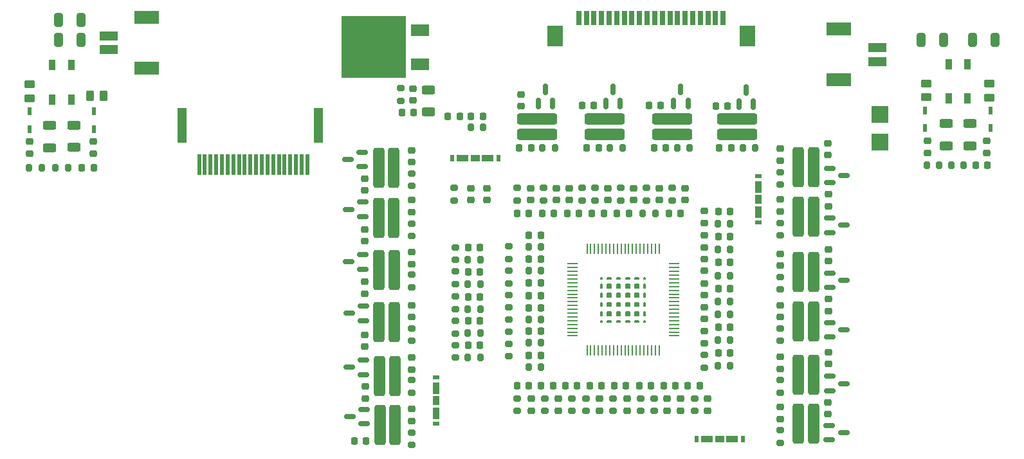
<source format=gbr>
%TF.GenerationSoftware,KiCad,Pcbnew,8.0.2*%
%TF.CreationDate,2025-02-09T16:12:03+01:00*%
%TF.ProjectId,FT25_AMS_Slave_fr,46543235-5f41-44d5-935f-536c6176655f,rev?*%
%TF.SameCoordinates,Original*%
%TF.FileFunction,Paste,Top*%
%TF.FilePolarity,Positive*%
%FSLAX46Y46*%
G04 Gerber Fmt 4.6, Leading zero omitted, Abs format (unit mm)*
G04 Created by KiCad (PCBNEW 8.0.2) date 2025-02-09 16:12:03*
%MOMM*%
%LPD*%
G01*
G04 APERTURE LIST*
G04 Aperture macros list*
%AMRoundRect*
0 Rectangle with rounded corners*
0 $1 Rounding radius*
0 $2 $3 $4 $5 $6 $7 $8 $9 X,Y pos of 4 corners*
0 Add a 4 corners polygon primitive as box body*
4,1,4,$2,$3,$4,$5,$6,$7,$8,$9,$2,$3,0*
0 Add four circle primitives for the rounded corners*
1,1,$1+$1,$2,$3*
1,1,$1+$1,$4,$5*
1,1,$1+$1,$6,$7*
1,1,$1+$1,$8,$9*
0 Add four rect primitives between the rounded corners*
20,1,$1+$1,$2,$3,$4,$5,0*
20,1,$1+$1,$4,$5,$6,$7,0*
20,1,$1+$1,$6,$7,$8,$9,0*
20,1,$1+$1,$8,$9,$2,$3,0*%
G04 Aperture macros list end*
%ADD10C,0.200000*%
%ADD11RoundRect,0.225000X0.225000X0.250000X-0.225000X0.250000X-0.225000X-0.250000X0.225000X-0.250000X0*%
%ADD12RoundRect,0.200000X0.275000X-0.200000X0.275000X0.200000X-0.275000X0.200000X-0.275000X-0.200000X0*%
%ADD13RoundRect,0.200000X-0.200000X-0.275000X0.200000X-0.275000X0.200000X0.275000X-0.200000X0.275000X0*%
%ADD14RoundRect,0.225000X0.250000X-0.225000X0.250000X0.225000X-0.250000X0.225000X-0.250000X-0.225000X0*%
%ADD15RoundRect,0.200000X0.200000X0.275000X-0.200000X0.275000X-0.200000X-0.275000X0.200000X-0.275000X0*%
%ADD16RoundRect,0.225000X-0.250000X0.225000X-0.250000X-0.225000X0.250000X-0.225000X0.250000X0.225000X0*%
%ADD17RoundRect,0.150000X0.150000X-0.587500X0.150000X0.587500X-0.150000X0.587500X-0.150000X-0.587500X0*%
%ADD18RoundRect,0.218750X-0.256250X0.218750X-0.256250X-0.218750X0.256250X-0.218750X0.256250X0.218750X0*%
%ADD19RoundRect,0.250000X0.625000X-0.312500X0.625000X0.312500X-0.625000X0.312500X-0.625000X-0.312500X0*%
%ADD20RoundRect,0.150000X0.587500X0.150000X-0.587500X0.150000X-0.587500X-0.150000X0.587500X-0.150000X0*%
%ADD21RoundRect,0.200000X-0.275000X0.200000X-0.275000X-0.200000X0.275000X-0.200000X0.275000X0.200000X0*%
%ADD22R,0.900000X1.350000*%
%ADD23RoundRect,0.326087X0.423913X2.323913X-0.423913X2.323913X-0.423913X-2.323913X0.423913X-2.323913X0*%
%ADD24RoundRect,0.225000X-0.225000X-0.250000X0.225000X-0.250000X0.225000X0.250000X-0.225000X0.250000X0*%
%ADD25RoundRect,0.250000X0.262500X0.450000X-0.262500X0.450000X-0.262500X-0.450000X0.262500X-0.450000X0*%
%ADD26RoundRect,0.326087X2.323913X-0.423913X2.323913X0.423913X-2.323913X0.423913X-2.323913X-0.423913X0*%
%ADD27R,0.600000X0.900000*%
%ADD28R,1.500000X0.900000*%
%ADD29R,1.200000X0.900000*%
%ADD30RoundRect,0.250000X0.325000X0.650000X-0.325000X0.650000X-0.325000X-0.650000X0.325000X-0.650000X0*%
%ADD31RoundRect,0.218750X-0.218750X-0.256250X0.218750X-0.256250X0.218750X0.256250X-0.218750X0.256250X0*%
%ADD32RoundRect,0.326087X-0.423913X-2.323913X0.423913X-2.323913X0.423913X2.323913X-0.423913X2.323913X0*%
%ADD33R,0.550000X2.700000*%
%ADD34R,1.200000X4.650000*%
%ADD35R,2.400000X1.150000*%
%ADD36R,3.300000X1.800000*%
%ADD37RoundRect,0.150000X-0.587500X-0.150000X0.587500X-0.150000X0.587500X0.150000X-0.587500X0.150000X0*%
%ADD38RoundRect,0.218750X0.218750X0.256250X-0.218750X0.256250X-0.218750X-0.256250X0.218750X-0.256250X0*%
%ADD39R,0.900000X0.600000*%
%ADD40R,0.900000X1.500000*%
%ADD41R,0.900000X1.200000*%
%ADD42RoundRect,0.250000X-0.325000X-0.650000X0.325000X-0.650000X0.325000X0.650000X-0.325000X0.650000X0*%
%ADD43RoundRect,0.250000X0.450000X-0.262500X0.450000X0.262500X-0.450000X0.262500X-0.450000X-0.262500X0*%
%ADD44O,0.250000X1.500000*%
%ADD45O,1.500000X0.250000*%
%ADD46R,0.500000X1.075000*%
%ADD47R,2.210000X2.180400*%
%ADD48RoundRect,0.250000X-0.625000X0.312500X-0.625000X-0.312500X0.625000X-0.312500X0.625000X0.312500X0*%
%ADD49R,2.400000X1.485000*%
%ADD50R,8.500000X8.200000*%
%ADD51R,0.650000X1.900000*%
%ADD52R,2.100000X2.800000*%
G04 APERTURE END LIST*
%TO.C,U1*%
D10*
X148000000Y-111050000D02*
X148150000Y-111050000D01*
X148150000Y-110900000D01*
X148000000Y-110900000D01*
X148000000Y-111050000D01*
G36*
X148000000Y-111050000D02*
G01*
X148150000Y-111050000D01*
X148150000Y-110900000D01*
X148000000Y-110900000D01*
X148000000Y-111050000D01*
G37*
X148000000Y-112250000D02*
X148150000Y-112250000D01*
X148150000Y-111750000D01*
X148000000Y-111750000D01*
X148000000Y-112250000D01*
G36*
X148000000Y-112250000D02*
G01*
X148150000Y-112250000D01*
X148150000Y-111750000D01*
X148000000Y-111750000D01*
X148000000Y-112250000D01*
G37*
X148000000Y-113450000D02*
X148150000Y-113450000D01*
X148150000Y-112950000D01*
X148000000Y-112950000D01*
X148000000Y-113450000D01*
G36*
X148000000Y-113450000D02*
G01*
X148150000Y-113450000D01*
X148150000Y-112950000D01*
X148000000Y-112950000D01*
X148000000Y-113450000D01*
G37*
X148000000Y-114650000D02*
X148150000Y-114650000D01*
X148150000Y-114150000D01*
X148000000Y-114150000D01*
X148000000Y-114650000D01*
G36*
X148000000Y-114650000D02*
G01*
X148150000Y-114650000D01*
X148150000Y-114150000D01*
X148000000Y-114150000D01*
X148000000Y-114650000D01*
G37*
X148000000Y-115850000D02*
X148150000Y-115850000D01*
X148150000Y-115350000D01*
X148000000Y-115350000D01*
X148000000Y-115850000D01*
G36*
X148000000Y-115850000D02*
G01*
X148150000Y-115850000D01*
X148150000Y-115350000D01*
X148000000Y-115350000D01*
X148000000Y-115850000D01*
G37*
X148000000Y-116700000D02*
X148150000Y-116700000D01*
X148150000Y-116550000D01*
X148000000Y-116550000D01*
X148000000Y-116700000D01*
G36*
X148000000Y-116700000D02*
G01*
X148150000Y-116700000D01*
X148150000Y-116550000D01*
X148000000Y-116550000D01*
X148000000Y-116700000D01*
G37*
X148850000Y-112250000D02*
X149350000Y-112250000D01*
X149350000Y-111750000D01*
X148850000Y-111750000D01*
X148850000Y-112250000D01*
G36*
X148850000Y-112250000D02*
G01*
X149350000Y-112250000D01*
X149350000Y-111750000D01*
X148850000Y-111750000D01*
X148850000Y-112250000D01*
G37*
X148850000Y-113450000D02*
X149350000Y-113450000D01*
X149350000Y-112950000D01*
X148850000Y-112950000D01*
X148850000Y-113450000D01*
G36*
X148850000Y-113450000D02*
G01*
X149350000Y-113450000D01*
X149350000Y-112950000D01*
X148850000Y-112950000D01*
X148850000Y-113450000D01*
G37*
X148850000Y-114650000D02*
X149350000Y-114650000D01*
X149350000Y-114150000D01*
X148850000Y-114150000D01*
X148850000Y-114650000D01*
G36*
X148850000Y-114650000D02*
G01*
X149350000Y-114650000D01*
X149350000Y-114150000D01*
X148850000Y-114150000D01*
X148850000Y-114650000D01*
G37*
X148850000Y-115850000D02*
X149350000Y-115850000D01*
X149350000Y-115350000D01*
X148850000Y-115350000D01*
X148850000Y-115850000D01*
G36*
X148850000Y-115850000D02*
G01*
X149350000Y-115850000D01*
X149350000Y-115350000D01*
X148850000Y-115350000D01*
X148850000Y-115850000D01*
G37*
X149350000Y-111050000D02*
X148850000Y-111050000D01*
X148850000Y-110900000D01*
X149350000Y-110900000D01*
X149350000Y-111050000D01*
G36*
X149350000Y-111050000D02*
G01*
X148850000Y-111050000D01*
X148850000Y-110900000D01*
X149350000Y-110900000D01*
X149350000Y-111050000D01*
G37*
X149350000Y-116700000D02*
X148850000Y-116700000D01*
X148850000Y-116550000D01*
X149350000Y-116550000D01*
X149350000Y-116700000D01*
G36*
X149350000Y-116700000D02*
G01*
X148850000Y-116700000D01*
X148850000Y-116550000D01*
X149350000Y-116550000D01*
X149350000Y-116700000D01*
G37*
X150050000Y-112250000D02*
X150550000Y-112250000D01*
X150550000Y-111750000D01*
X150050000Y-111750000D01*
X150050000Y-112250000D01*
G36*
X150050000Y-112250000D02*
G01*
X150550000Y-112250000D01*
X150550000Y-111750000D01*
X150050000Y-111750000D01*
X150050000Y-112250000D01*
G37*
X150050000Y-113450000D02*
X150550000Y-113450000D01*
X150550000Y-112950000D01*
X150050000Y-112950000D01*
X150050000Y-113450000D01*
G36*
X150050000Y-113450000D02*
G01*
X150550000Y-113450000D01*
X150550000Y-112950000D01*
X150050000Y-112950000D01*
X150050000Y-113450000D01*
G37*
X150050000Y-114650000D02*
X150550000Y-114650000D01*
X150550000Y-114150000D01*
X150050000Y-114150000D01*
X150050000Y-114650000D01*
G36*
X150050000Y-114650000D02*
G01*
X150550000Y-114650000D01*
X150550000Y-114150000D01*
X150050000Y-114150000D01*
X150050000Y-114650000D01*
G37*
X150050000Y-115850000D02*
X150550000Y-115850000D01*
X150550000Y-115350000D01*
X150050000Y-115350000D01*
X150050000Y-115850000D01*
G36*
X150050000Y-115850000D02*
G01*
X150550000Y-115850000D01*
X150550000Y-115350000D01*
X150050000Y-115350000D01*
X150050000Y-115850000D01*
G37*
X150550000Y-111050000D02*
X150050000Y-111050000D01*
X150050000Y-110900000D01*
X150550000Y-110900000D01*
X150550000Y-111050000D01*
G36*
X150550000Y-111050000D02*
G01*
X150050000Y-111050000D01*
X150050000Y-110900000D01*
X150550000Y-110900000D01*
X150550000Y-111050000D01*
G37*
X150550000Y-116700000D02*
X150050000Y-116700000D01*
X150050000Y-116550000D01*
X150550000Y-116550000D01*
X150550000Y-116700000D01*
G36*
X150550000Y-116700000D02*
G01*
X150050000Y-116700000D01*
X150050000Y-116550000D01*
X150550000Y-116550000D01*
X150550000Y-116700000D01*
G37*
X151250000Y-112250000D02*
X151750000Y-112250000D01*
X151750000Y-111750000D01*
X151250000Y-111750000D01*
X151250000Y-112250000D01*
G36*
X151250000Y-112250000D02*
G01*
X151750000Y-112250000D01*
X151750000Y-111750000D01*
X151250000Y-111750000D01*
X151250000Y-112250000D01*
G37*
X151250000Y-113450000D02*
X151750000Y-113450000D01*
X151750000Y-112950000D01*
X151250000Y-112950000D01*
X151250000Y-113450000D01*
G36*
X151250000Y-113450000D02*
G01*
X151750000Y-113450000D01*
X151750000Y-112950000D01*
X151250000Y-112950000D01*
X151250000Y-113450000D01*
G37*
X151250000Y-114650000D02*
X151750000Y-114650000D01*
X151750000Y-114150000D01*
X151250000Y-114150000D01*
X151250000Y-114650000D01*
G36*
X151250000Y-114650000D02*
G01*
X151750000Y-114650000D01*
X151750000Y-114150000D01*
X151250000Y-114150000D01*
X151250000Y-114650000D01*
G37*
X151250000Y-115850000D02*
X151750000Y-115850000D01*
X151750000Y-115350000D01*
X151250000Y-115350000D01*
X151250000Y-115850000D01*
G36*
X151250000Y-115850000D02*
G01*
X151750000Y-115850000D01*
X151750000Y-115350000D01*
X151250000Y-115350000D01*
X151250000Y-115850000D01*
G37*
X151750000Y-111050000D02*
X151250000Y-111050000D01*
X151250000Y-110900000D01*
X151750000Y-110900000D01*
X151750000Y-111050000D01*
G36*
X151750000Y-111050000D02*
G01*
X151250000Y-111050000D01*
X151250000Y-110900000D01*
X151750000Y-110900000D01*
X151750000Y-111050000D01*
G37*
X151750000Y-116700000D02*
X151250000Y-116700000D01*
X151250000Y-116550000D01*
X151750000Y-116550000D01*
X151750000Y-116700000D01*
G36*
X151750000Y-116700000D02*
G01*
X151250000Y-116700000D01*
X151250000Y-116550000D01*
X151750000Y-116550000D01*
X151750000Y-116700000D01*
G37*
X152450000Y-112250000D02*
X152950000Y-112250000D01*
X152950000Y-111750000D01*
X152450000Y-111750000D01*
X152450000Y-112250000D01*
G36*
X152450000Y-112250000D02*
G01*
X152950000Y-112250000D01*
X152950000Y-111750000D01*
X152450000Y-111750000D01*
X152450000Y-112250000D01*
G37*
X152450000Y-113450000D02*
X152950000Y-113450000D01*
X152950000Y-112950000D01*
X152450000Y-112950000D01*
X152450000Y-113450000D01*
G36*
X152450000Y-113450000D02*
G01*
X152950000Y-113450000D01*
X152950000Y-112950000D01*
X152450000Y-112950000D01*
X152450000Y-113450000D01*
G37*
X152450000Y-114650000D02*
X152950000Y-114650000D01*
X152950000Y-114150000D01*
X152450000Y-114150000D01*
X152450000Y-114650000D01*
G36*
X152450000Y-114650000D02*
G01*
X152950000Y-114650000D01*
X152950000Y-114150000D01*
X152450000Y-114150000D01*
X152450000Y-114650000D01*
G37*
X152450000Y-115850000D02*
X152950000Y-115850000D01*
X152950000Y-115350000D01*
X152450000Y-115350000D01*
X152450000Y-115850000D01*
G36*
X152450000Y-115850000D02*
G01*
X152950000Y-115850000D01*
X152950000Y-115350000D01*
X152450000Y-115350000D01*
X152450000Y-115850000D01*
G37*
X152950000Y-111050000D02*
X152450000Y-111050000D01*
X152450000Y-110900000D01*
X152950000Y-110900000D01*
X152950000Y-111050000D01*
G36*
X152950000Y-111050000D02*
G01*
X152450000Y-111050000D01*
X152450000Y-110900000D01*
X152950000Y-110900000D01*
X152950000Y-111050000D01*
G37*
X152950000Y-116700000D02*
X152450000Y-116700000D01*
X152450000Y-116550000D01*
X152950000Y-116550000D01*
X152950000Y-116700000D01*
G36*
X152950000Y-116700000D02*
G01*
X152450000Y-116700000D01*
X152450000Y-116550000D01*
X152950000Y-116550000D01*
X152950000Y-116700000D01*
G37*
X153650000Y-111050000D02*
X153800000Y-111050000D01*
X153800000Y-110900000D01*
X153650000Y-110900000D01*
X153650000Y-111050000D01*
G36*
X153650000Y-111050000D02*
G01*
X153800000Y-111050000D01*
X153800000Y-110900000D01*
X153650000Y-110900000D01*
X153650000Y-111050000D01*
G37*
X153650000Y-112250000D02*
X153800000Y-112250000D01*
X153800000Y-111750000D01*
X153650000Y-111750000D01*
X153650000Y-112250000D01*
G36*
X153650000Y-112250000D02*
G01*
X153800000Y-112250000D01*
X153800000Y-111750000D01*
X153650000Y-111750000D01*
X153650000Y-112250000D01*
G37*
X153650000Y-113450000D02*
X153800000Y-113450000D01*
X153800000Y-112950000D01*
X153650000Y-112950000D01*
X153650000Y-113450000D01*
G36*
X153650000Y-113450000D02*
G01*
X153800000Y-113450000D01*
X153800000Y-112950000D01*
X153650000Y-112950000D01*
X153650000Y-113450000D01*
G37*
X153650000Y-114650000D02*
X153800000Y-114650000D01*
X153800000Y-114150000D01*
X153650000Y-114150000D01*
X153650000Y-114650000D01*
G36*
X153650000Y-114650000D02*
G01*
X153800000Y-114650000D01*
X153800000Y-114150000D01*
X153650000Y-114150000D01*
X153650000Y-114650000D01*
G37*
X153650000Y-115850000D02*
X153800000Y-115850000D01*
X153800000Y-115350000D01*
X153650000Y-115350000D01*
X153650000Y-115850000D01*
G36*
X153650000Y-115850000D02*
G01*
X153800000Y-115850000D01*
X153800000Y-115350000D01*
X153650000Y-115350000D01*
X153650000Y-115850000D01*
G37*
X153650000Y-116700000D02*
X153800000Y-116700000D01*
X153800000Y-116550000D01*
X153650000Y-116550000D01*
X153650000Y-116700000D01*
G36*
X153650000Y-116700000D02*
G01*
X153800000Y-116700000D01*
X153800000Y-116550000D01*
X153650000Y-116550000D01*
X153650000Y-116700000D01*
G37*
%TD*%
D11*
%TO.C,C64*%
X140075000Y-108450000D03*
X138525000Y-108450000D03*
%TD*%
D12*
%TO.C,R23*%
X161600000Y-122725000D03*
X161600000Y-121075000D03*
%TD*%
D13*
%TO.C,R79*%
X138475000Y-119450000D03*
X140125000Y-119450000D03*
%TD*%
D14*
%TO.C,C8*%
X177900000Y-122275000D03*
X177900000Y-120725000D03*
%TD*%
D12*
%TO.C,R9*%
X144200000Y-128424999D03*
X144200000Y-126774999D03*
%TD*%
D15*
%TO.C,R53*%
X159687500Y-93800000D03*
X158037500Y-93800000D03*
%TD*%
D16*
%TO.C,C2*%
X116900000Y-104525000D03*
X116900000Y-106075000D03*
%TD*%
D17*
%TO.C,D29*%
X166150000Y-88037500D03*
X168050000Y-88037500D03*
X167100000Y-86162500D03*
%TD*%
D12*
%TO.C,R14*%
X146000000Y-128425001D03*
X146000000Y-126775001D03*
%TD*%
D15*
%TO.C,R42*%
X165025000Y-103800000D03*
X163375000Y-103800000D03*
%TD*%
D18*
%TO.C,D7*%
X123100000Y-107512499D03*
X123100000Y-109087499D03*
%TD*%
D11*
%TO.C,C21*%
X123325000Y-89100000D03*
X121775000Y-89100000D03*
%TD*%
D19*
%TO.C,R90*%
X196600000Y-93512500D03*
X196600000Y-90587500D03*
%TD*%
D11*
%TO.C,C69*%
X132075000Y-110100000D03*
X130525000Y-110100000D03*
%TD*%
D13*
%TO.C,R74*%
X138475000Y-116400000D03*
X140125000Y-116400000D03*
%TD*%
D20*
%TO.C,D5*%
X116600000Y-96250000D03*
X116600000Y-94350000D03*
X114725000Y-95300000D03*
%TD*%
D13*
%TO.C,R83*%
X72725000Y-96450000D03*
X74375000Y-96450000D03*
%TD*%
D18*
%TO.C,D11*%
X123100000Y-121412500D03*
X123100000Y-122987500D03*
%TD*%
D21*
%TO.C,R57*%
X140400000Y-99075000D03*
X140400000Y-100725000D03*
%TD*%
D22*
%TO.C,FL1*%
X78250000Y-87425000D03*
X78250000Y-82875000D03*
X75750000Y-82875000D03*
X75750000Y-87425000D03*
%TD*%
D14*
%TO.C,C56*%
X152300000Y-100675000D03*
X152300000Y-99125000D03*
%TD*%
D23*
%TO.C,R17*%
X120800000Y-116700000D03*
X118800000Y-116700000D03*
%TD*%
D12*
%TO.C,R7*%
X137000000Y-128425001D03*
X137000000Y-126775001D03*
%TD*%
D24*
%TO.C,C22*%
X136925000Y-125100000D03*
X138475000Y-125100000D03*
%TD*%
D11*
%TO.C,C70*%
X140075000Y-117950000D03*
X138525000Y-117950000D03*
%TD*%
D25*
%TO.C,R87*%
X82562500Y-86900000D03*
X80737500Y-86900000D03*
%TD*%
D26*
%TO.C,R59*%
X139600000Y-92000000D03*
X139600000Y-90000000D03*
%TD*%
D27*
%TO.C,J4*%
X128400000Y-95100000D03*
D28*
X129800000Y-95100000D03*
D29*
X131450000Y-95100000D03*
D28*
X133100000Y-95100000D03*
D27*
X134500000Y-95100000D03*
%TD*%
D15*
%TO.C,R36*%
X165025002Y-110600000D03*
X163375002Y-110600000D03*
%TD*%
%TO.C,R55*%
X150825000Y-93800000D03*
X149175000Y-93800000D03*
%TD*%
D18*
%TO.C,D16*%
X171600000Y-121312500D03*
X171600000Y-122887500D03*
%TD*%
D12*
%TO.C,R34*%
X171600000Y-119225000D03*
X171600000Y-117575000D03*
%TD*%
D11*
%TO.C,C47*%
X164975002Y-102200000D03*
X163425002Y-102200000D03*
%TD*%
D24*
%TO.C,C75*%
X197325000Y-96050000D03*
X198875000Y-96050000D03*
%TD*%
D30*
%TO.C,C79*%
X79525000Y-79550000D03*
X76575000Y-79550000D03*
%TD*%
D14*
%TO.C,C10*%
X177900000Y-108675000D03*
X177900000Y-107125000D03*
%TD*%
D17*
%TO.C,D34*%
X139750000Y-87937500D03*
X141650000Y-87937500D03*
X140700000Y-86062500D03*
%TD*%
%TO.C,D30*%
X157550000Y-87937500D03*
X159450000Y-87937500D03*
X158500000Y-86062500D03*
%TD*%
D31*
%TO.C,D31*%
X146112500Y-93800000D03*
X147687500Y-93800000D03*
%TD*%
D12*
%TO.C,R27*%
X171600000Y-132625000D03*
X171600000Y-130975000D03*
%TD*%
%TO.C,R22*%
X160300000Y-128425000D03*
X160300000Y-126775000D03*
%TD*%
D14*
%TO.C,C43*%
X161600000Y-106875000D03*
X161600000Y-105325000D03*
%TD*%
D18*
%TO.C,D15*%
X171600000Y-127912500D03*
X171600000Y-129487500D03*
%TD*%
D12*
%TO.C,R15*%
X149600000Y-128425000D03*
X149600000Y-126775000D03*
%TD*%
D30*
%TO.C,C81*%
X199875000Y-79550000D03*
X196925000Y-79550000D03*
%TD*%
%TO.C,C80*%
X193075000Y-79550000D03*
X190125000Y-79550000D03*
%TD*%
D12*
%TO.C,R46*%
X171600000Y-98624999D03*
X171600000Y-96974999D03*
%TD*%
D23*
%TO.C,R10*%
X120725000Y-103000000D03*
X118725000Y-103000000D03*
%TD*%
D16*
%TO.C,C36*%
X158500000Y-126825000D03*
X158500000Y-128375000D03*
%TD*%
D32*
%TO.C,R45*%
X174000000Y-96300000D03*
X176000000Y-96300000D03*
%TD*%
D33*
%TO.C,J11*%
X95100000Y-95975000D03*
X95850000Y-95975000D03*
X96600000Y-95975000D03*
X97350000Y-95975000D03*
X98100000Y-95975000D03*
X98850000Y-95975000D03*
X99600000Y-95975000D03*
X100350000Y-95975000D03*
X101100000Y-95975000D03*
X101850000Y-95975000D03*
X102600000Y-95975000D03*
X103350000Y-95975000D03*
X104100000Y-95975000D03*
X104850000Y-95975000D03*
X105600000Y-95975000D03*
X106350000Y-95975000D03*
X107100000Y-95975000D03*
X107850000Y-95975000D03*
X108600000Y-95975000D03*
X109350000Y-95975000D03*
D34*
X92870000Y-90800000D03*
X110830000Y-90800000D03*
%TD*%
D14*
%TO.C,C9*%
X177900000Y-115275000D03*
X177900000Y-113725000D03*
%TD*%
D35*
%TO.C,J10*%
X184350000Y-82400000D03*
X184350000Y-80550000D03*
D36*
X179300000Y-84825000D03*
X179300000Y-78125000D03*
%TD*%
D11*
%TO.C,C66*%
X132075000Y-119800000D03*
X130525000Y-119800000D03*
%TD*%
D12*
%TO.C,R56*%
X145500000Y-100725000D03*
X145500000Y-99075000D03*
%TD*%
D24*
%TO.C,C46*%
X163425000Y-112300000D03*
X164975000Y-112300000D03*
%TD*%
D27*
%TO.C,J6*%
X160550000Y-132100000D03*
D28*
X161950000Y-132100000D03*
D29*
X163600000Y-132100000D03*
D28*
X165250000Y-132100000D03*
D27*
X166650000Y-132100000D03*
%TD*%
D16*
%TO.C,C5*%
X117000000Y-125225000D03*
X117000000Y-126775000D03*
%TD*%
%TO.C,C54*%
X148900000Y-99125000D03*
X148900000Y-100675000D03*
%TD*%
D14*
%TO.C,C7*%
X177850000Y-128875000D03*
X177850000Y-127325000D03*
%TD*%
D37*
%TO.C,D18*%
X178087500Y-123874999D03*
X178087500Y-125774999D03*
X179962500Y-124824999D03*
%TD*%
D16*
%TO.C,C31*%
X147800000Y-126825001D03*
X147800000Y-128375001D03*
%TD*%
D12*
%TO.C,R16*%
X153200000Y-128425000D03*
X153200000Y-126775000D03*
%TD*%
D14*
%TO.C,C24*%
X142400000Y-128374999D03*
X142400000Y-126824999D03*
%TD*%
D21*
%TO.C,R63*%
X135900000Y-109975000D03*
X135900000Y-111625000D03*
%TD*%
D37*
%TO.C,D26*%
X178087500Y-96462500D03*
X178087500Y-98362500D03*
X179962500Y-97412500D03*
%TD*%
D11*
%TO.C,C62*%
X140075000Y-121150000D03*
X138525000Y-121150000D03*
%TD*%
D14*
%TO.C,C19*%
X133000000Y-100675000D03*
X133000000Y-99125000D03*
%TD*%
%TO.C,C29*%
X151400000Y-128375000D03*
X151400000Y-126825000D03*
%TD*%
D24*
%TO.C,C28*%
X149725000Y-125100000D03*
X151275000Y-125100000D03*
%TD*%
%TO.C,C25*%
X143325000Y-125100000D03*
X144875000Y-125100000D03*
%TD*%
D21*
%TO.C,R44*%
X154000000Y-99075001D03*
X154000000Y-100725001D03*
%TD*%
D38*
%TO.C,D2*%
X132437500Y-89600000D03*
X130862500Y-89600000D03*
%TD*%
D12*
%TO.C,R6*%
X123100000Y-98825000D03*
X123100000Y-97175000D03*
%TD*%
%TO.C,R2*%
X121650000Y-87575000D03*
X121650000Y-85925000D03*
%TD*%
D23*
%TO.C,R5*%
X120725000Y-96412499D03*
X118725000Y-96412499D03*
%TD*%
D39*
%TO.C,J5*%
X168700000Y-103650000D03*
D40*
X168700000Y-102250000D03*
D41*
X168700000Y-100600000D03*
D40*
X168700000Y-98950000D03*
D39*
X168700000Y-97550000D03*
%TD*%
D12*
%TO.C,R8*%
X140600000Y-128425000D03*
X140600000Y-126775000D03*
%TD*%
D14*
%TO.C,C12*%
X177875000Y-94750000D03*
X177875000Y-93200000D03*
%TD*%
D18*
%TO.C,D8*%
X123100000Y-114512501D03*
X123100000Y-116087501D03*
%TD*%
D24*
%TO.C,C74*%
X79675000Y-96450000D03*
X81225000Y-96450000D03*
%TD*%
D31*
%TO.C,D27*%
X163574998Y-93800000D03*
X165149998Y-93800000D03*
%TD*%
D42*
%TO.C,C78*%
X76575000Y-76950000D03*
X79525000Y-76950000D03*
%TD*%
D21*
%TO.C,R69*%
X128800000Y-119775000D03*
X128800000Y-121425000D03*
%TD*%
%TO.C,R50*%
X150600000Y-99075000D03*
X150600000Y-100725000D03*
%TD*%
D13*
%TO.C,R68*%
X138475000Y-106850000D03*
X140125000Y-106850000D03*
%TD*%
D43*
%TO.C,R89*%
X199100000Y-87162500D03*
X199100000Y-85337500D03*
%TD*%
D12*
%TO.C,R32*%
X171600000Y-126024999D03*
X171600000Y-124374999D03*
%TD*%
D21*
%TO.C,R64*%
X135900000Y-106775000D03*
X135900000Y-108425000D03*
%TD*%
D15*
%TO.C,R37*%
X165025000Y-107200000D03*
X163375000Y-107200000D03*
%TD*%
D14*
%TO.C,C40*%
X161600000Y-113175000D03*
X161600000Y-111625000D03*
%TD*%
D26*
%TO.C,R47*%
X165950000Y-92000000D03*
X165950000Y-90000000D03*
%TD*%
D20*
%TO.C,D14*%
X116812500Y-130150000D03*
X116812500Y-128250000D03*
X114937500Y-129200000D03*
%TD*%
D15*
%TO.C,R35*%
X165025000Y-114000000D03*
X163375000Y-114000000D03*
%TD*%
D37*
%TO.C,D22*%
X178087500Y-110274999D03*
X178087500Y-112174999D03*
X179962500Y-111224999D03*
%TD*%
D14*
%TO.C,C34*%
X162000001Y-128374999D03*
X162000001Y-126824999D03*
%TD*%
D13*
%TO.C,R66*%
X130475000Y-118200000D03*
X132125000Y-118200000D03*
%TD*%
D44*
%TO.C,U1*%
X146150000Y-120487500D03*
X146650000Y-120487500D03*
X147150000Y-120487500D03*
X147650000Y-120487500D03*
X148150000Y-120487500D03*
X148650000Y-120487500D03*
X149150000Y-120487500D03*
X149650000Y-120487500D03*
X150150000Y-120487500D03*
X150650000Y-120487500D03*
X151150000Y-120487500D03*
X151650000Y-120487500D03*
X152150000Y-120487500D03*
X152650000Y-120487500D03*
X153150000Y-120487500D03*
X153650000Y-120487500D03*
X154150000Y-120487500D03*
X154650000Y-120487500D03*
X155150000Y-120487500D03*
X155650000Y-120487500D03*
D45*
X157587500Y-118550000D03*
X157587500Y-118050000D03*
X157587500Y-117550000D03*
X157587500Y-117050000D03*
X157587500Y-116550000D03*
X157587500Y-116050000D03*
X157587500Y-115550000D03*
X157587500Y-115050000D03*
X157587500Y-114550000D03*
X157587500Y-114050000D03*
X157587500Y-113550000D03*
X157587500Y-113050000D03*
X157587500Y-112550000D03*
X157587500Y-112050000D03*
X157587500Y-111550000D03*
X157587500Y-111050000D03*
X157587500Y-110550000D03*
X157587500Y-110050000D03*
X157587500Y-109550000D03*
X157587500Y-109050000D03*
D44*
X155650000Y-107112500D03*
X155150000Y-107112500D03*
X154650000Y-107112500D03*
X154150000Y-107112500D03*
X153650000Y-107112500D03*
X153150000Y-107112500D03*
X152650000Y-107112500D03*
X152150000Y-107112500D03*
X151650000Y-107112500D03*
X151150000Y-107112500D03*
X150650000Y-107112500D03*
X150150000Y-107112500D03*
X149650000Y-107112500D03*
X149150000Y-107112500D03*
X148650000Y-107112500D03*
X148150000Y-107112500D03*
X147650000Y-107112500D03*
X147150000Y-107112500D03*
X146650000Y-107112500D03*
X146150000Y-107112500D03*
D45*
X144212500Y-109050000D03*
X144212500Y-109550000D03*
X144212500Y-110050000D03*
X144212500Y-110550000D03*
X144212500Y-111050000D03*
X144212500Y-111550000D03*
X144212500Y-112050000D03*
X144212500Y-112550000D03*
X144212500Y-113050000D03*
X144212500Y-113550000D03*
X144212500Y-114050000D03*
X144212500Y-114550000D03*
X144212500Y-115050000D03*
X144212500Y-115550000D03*
X144212500Y-116050000D03*
X144212500Y-116550000D03*
X144212500Y-117050000D03*
X144212500Y-117550000D03*
X144212500Y-118050000D03*
X144212500Y-118550000D03*
%TD*%
D24*
%TO.C,C35*%
X159425000Y-125100000D03*
X160975000Y-125100000D03*
%TD*%
D16*
%TO.C,C49*%
X155700000Y-99125000D03*
X155700000Y-100675000D03*
%TD*%
D32*
%TO.C,R26*%
X174000000Y-130112502D03*
X176000000Y-130112502D03*
%TD*%
D18*
%TO.C,D23*%
X171600001Y-100587501D03*
X171600001Y-102162501D03*
%TD*%
D13*
%TO.C,R65*%
X138475000Y-122700000D03*
X140125000Y-122700000D03*
%TD*%
D15*
%TO.C,R30*%
X165025000Y-115700000D03*
X163375000Y-115700000D03*
%TD*%
D21*
%TO.C,R1*%
X128700000Y-99075000D03*
X128700000Y-100725000D03*
%TD*%
D13*
%TO.C,R80*%
X130475000Y-115000000D03*
X132125000Y-115000000D03*
%TD*%
D14*
%TO.C,C73*%
X191000000Y-94425000D03*
X191000000Y-92875000D03*
%TD*%
D22*
%TO.C,FL2*%
X196250000Y-87300000D03*
X196250000Y-82750000D03*
X193750000Y-82750000D03*
X193750000Y-87300000D03*
%TD*%
D32*
%TO.C,R40*%
X174000000Y-102850000D03*
X176000000Y-102850000D03*
%TD*%
D13*
%TO.C,R76*%
X130475000Y-111700000D03*
X132125000Y-111700000D03*
%TD*%
%TO.C,R82*%
X194075000Y-96050000D03*
X195725000Y-96050000D03*
%TD*%
%TO.C,R67*%
X138475000Y-110000000D03*
X140125000Y-110000000D03*
%TD*%
D19*
%TO.C,R3*%
X125250000Y-89062500D03*
X125250000Y-86137500D03*
%TD*%
D21*
%TO.C,R71*%
X128800000Y-106875000D03*
X128800000Y-108525000D03*
%TD*%
D23*
%TO.C,R19*%
X120862500Y-123812499D03*
X118862500Y-123812499D03*
%TD*%
D14*
%TO.C,C61*%
X142100000Y-100675000D03*
X142100000Y-99125000D03*
%TD*%
D11*
%TO.C,C71*%
X132075000Y-113400000D03*
X130525000Y-113400000D03*
%TD*%
D13*
%TO.C,R73*%
X130475000Y-121400000D03*
X132125000Y-121400000D03*
%TD*%
D14*
%TO.C,C51*%
X159100000Y-100675000D03*
X159100000Y-99125000D03*
%TD*%
D11*
%TO.C,C65*%
X140075000Y-105300000D03*
X138525000Y-105300000D03*
%TD*%
D46*
%TO.C,D38*%
X190600000Y-91175000D03*
X190600000Y-88875000D03*
%TD*%
D15*
%TO.C,R48*%
X168325000Y-93800000D03*
X166675000Y-93800000D03*
%TD*%
D14*
%TO.C,C32*%
X156700000Y-128375001D03*
X156700000Y-126825001D03*
%TD*%
D11*
%TO.C,C58*%
X138475000Y-102400000D03*
X136925000Y-102400000D03*
%TD*%
%TO.C,C52*%
X151675000Y-102400000D03*
X150125000Y-102400000D03*
%TD*%
D20*
%TO.C,D13*%
X116737500Y-123650000D03*
X116737500Y-121750000D03*
X114862500Y-122700000D03*
%TD*%
D11*
%TO.C,C20*%
X140075000Y-113300000D03*
X138525000Y-113300000D03*
%TD*%
D31*
%TO.C,D28*%
X154987500Y-93800000D03*
X156562500Y-93800000D03*
%TD*%
D24*
%TO.C,C41*%
X163425002Y-120800000D03*
X164975002Y-120800000D03*
%TD*%
D15*
%TO.C,R29*%
X165025000Y-119100000D03*
X163375000Y-119100000D03*
%TD*%
D14*
%TO.C,C17*%
X130850000Y-100675000D03*
X130850000Y-99125000D03*
%TD*%
D13*
%TO.C,R84*%
X190875000Y-96050000D03*
X192525000Y-96050000D03*
%TD*%
D21*
%TO.C,R62*%
X128800000Y-116575000D03*
X128800000Y-118225000D03*
%TD*%
D31*
%TO.C,FB1*%
X127812500Y-89600000D03*
X129387500Y-89600000D03*
%TD*%
D46*
%TO.C,D35*%
X81250000Y-91300000D03*
X81250000Y-89000000D03*
%TD*%
D18*
%TO.C,D12*%
X123100000Y-128162499D03*
X123100000Y-129737499D03*
%TD*%
D16*
%TO.C,C18*%
X123250000Y-85975000D03*
X123250000Y-87525000D03*
%TD*%
D24*
%TO.C,C23*%
X140125000Y-125100000D03*
X141675000Y-125100000D03*
%TD*%
D21*
%TO.C,R51*%
X147200000Y-99075000D03*
X147200000Y-100725000D03*
%TD*%
D20*
%TO.C,D9*%
X116637500Y-109750000D03*
X116637500Y-107850000D03*
X114762500Y-108800000D03*
%TD*%
D11*
%TO.C,C55*%
X145075000Y-102400000D03*
X143525000Y-102400000D03*
%TD*%
D12*
%TO.C,R18*%
X123100000Y-119225000D03*
X123100000Y-117575000D03*
%TD*%
D14*
%TO.C,C72*%
X72800000Y-94525000D03*
X72800000Y-92975000D03*
%TD*%
D15*
%TO.C,R81*%
X77825000Y-96450000D03*
X76175000Y-96450000D03*
%TD*%
D37*
%TO.C,D21*%
X178125000Y-116812499D03*
X178125000Y-118712499D03*
X180000000Y-117762499D03*
%TD*%
D14*
%TO.C,C11*%
X177900000Y-101475000D03*
X177900000Y-99925000D03*
%TD*%
D16*
%TO.C,C1*%
X116900000Y-97825000D03*
X116900000Y-99375000D03*
%TD*%
D13*
%TO.C,R4*%
X130825000Y-91100000D03*
X132475000Y-91100000D03*
%TD*%
D24*
%TO.C,C33*%
X156225000Y-125100000D03*
X157775000Y-125100000D03*
%TD*%
D37*
%TO.C,D25*%
X178125000Y-103037500D03*
X178125000Y-104937500D03*
X180000000Y-103987500D03*
%TD*%
D43*
%TO.C,R91*%
X72800000Y-87262500D03*
X72800000Y-85437500D03*
%TD*%
D12*
%TO.C,R21*%
X155000000Y-128425001D03*
X155000000Y-126775001D03*
%TD*%
D21*
%TO.C,R78*%
X128800000Y-113375000D03*
X128800000Y-115025000D03*
%TD*%
D15*
%TO.C,R60*%
X141925000Y-93800000D03*
X140275000Y-93800000D03*
%TD*%
D26*
%TO.C,R52*%
X157400000Y-92000000D03*
X157400000Y-90000000D03*
%TD*%
D43*
%TO.C,R92*%
X190800000Y-87137500D03*
X190800000Y-85312500D03*
%TD*%
D47*
%TO.C,D1*%
X184700000Y-93057200D03*
X184700000Y-89342800D03*
%TD*%
D18*
%TO.C,D20*%
X171600000Y-107724999D03*
X171600000Y-109299999D03*
%TD*%
D14*
%TO.C,C42*%
X161600000Y-109975000D03*
X161600000Y-108425000D03*
%TD*%
D46*
%TO.C,D36*%
X199300000Y-91200000D03*
X199300000Y-88900000D03*
%TD*%
D11*
%TO.C,C6*%
X117050000Y-132400000D03*
X115500000Y-132400000D03*
%TD*%
D16*
%TO.C,C77*%
X198800000Y-92875000D03*
X198800000Y-94425000D03*
%TD*%
D11*
%TO.C,C82*%
X140075000Y-111600000D03*
X138525000Y-111600000D03*
%TD*%
D14*
%TO.C,C16*%
X137462500Y-88275000D03*
X137462500Y-86725000D03*
%TD*%
D31*
%TO.C,D32*%
X137212500Y-93800000D03*
X138787500Y-93800000D03*
%TD*%
D46*
%TO.C,D37*%
X72800000Y-91300000D03*
X72800000Y-89000000D03*
%TD*%
D32*
%TO.C,R38*%
X174000000Y-110112499D03*
X176000000Y-110112499D03*
%TD*%
D11*
%TO.C,C14*%
X155875000Y-88200000D03*
X154325000Y-88200000D03*
%TD*%
D12*
%TO.C,R11*%
X123100000Y-105425000D03*
X123100000Y-103775000D03*
%TD*%
D13*
%TO.C,R75*%
X130475000Y-108500000D03*
X132125000Y-108500000D03*
%TD*%
D18*
%TO.C,D4*%
X123100000Y-100662499D03*
X123100000Y-102237499D03*
%TD*%
%TO.C,D3*%
X123100001Y-94112500D03*
X123100001Y-95687500D03*
%TD*%
D21*
%TO.C,R70*%
X135900000Y-113175000D03*
X135900000Y-114825000D03*
%TD*%
D14*
%TO.C,C38*%
X161600000Y-116325002D03*
X161600000Y-114775002D03*
%TD*%
D18*
%TO.C,D24*%
X171600000Y-93912500D03*
X171600000Y-95487500D03*
%TD*%
D23*
%TO.C,R12*%
X120762500Y-109912499D03*
X118762500Y-109912499D03*
%TD*%
D16*
%TO.C,C59*%
X138700000Y-99125000D03*
X138700000Y-100675000D03*
%TD*%
D11*
%TO.C,C45*%
X164975000Y-105500000D03*
X163425000Y-105500000D03*
%TD*%
D21*
%TO.C,R61*%
X135900000Y-119575000D03*
X135900000Y-121225000D03*
%TD*%
D48*
%TO.C,R86*%
X193400000Y-90587500D03*
X193400000Y-93512500D03*
%TD*%
D12*
%TO.C,R25*%
X123100000Y-132925000D03*
X123100000Y-131275000D03*
%TD*%
D11*
%TO.C,C39*%
X164975000Y-117400000D03*
X163425000Y-117400000D03*
%TD*%
D24*
%TO.C,C60*%
X140225000Y-102400000D03*
X141775000Y-102400000D03*
%TD*%
D26*
%TO.C,R54*%
X148500000Y-92000000D03*
X148500000Y-90000000D03*
%TD*%
D11*
%TO.C,C68*%
X132075000Y-106900000D03*
X130525000Y-106900000D03*
%TD*%
D14*
%TO.C,C48*%
X161600000Y-103675000D03*
X161600000Y-102125000D03*
%TD*%
D13*
%TO.C,R49*%
X153475000Y-102400000D03*
X155125000Y-102400000D03*
%TD*%
D16*
%TO.C,C4*%
X116900000Y-118425000D03*
X116900000Y-119975000D03*
%TD*%
D12*
%TO.C,R20*%
X123099999Y-126025001D03*
X123099999Y-124375001D03*
%TD*%
D49*
%TO.C,Q1*%
X124150000Y-82742500D03*
D50*
X118100000Y-80500000D03*
D49*
X124150000Y-78257500D03*
%TD*%
D12*
%TO.C,R39*%
X171600000Y-112437498D03*
X171600000Y-110787498D03*
%TD*%
D51*
%TO.C,J2*%
X145075000Y-76700000D03*
X146075000Y-76700000D03*
X147075000Y-76700000D03*
X148075000Y-76700000D03*
X149075000Y-76700000D03*
X150075000Y-76700000D03*
X151075000Y-76700000D03*
X152075000Y-76700000D03*
X153075000Y-76700000D03*
X154075000Y-76700000D03*
X155075000Y-76700000D03*
X156075000Y-76700000D03*
X157075000Y-76700000D03*
X158075000Y-76700000D03*
X159075000Y-76700000D03*
X160075000Y-76700000D03*
X161075000Y-76700000D03*
X162075000Y-76700000D03*
X163075000Y-76700000D03*
X164075000Y-76700000D03*
D52*
X141950000Y-79050000D03*
X167250000Y-79050000D03*
%TD*%
D15*
%TO.C,R28*%
X165025000Y-122500000D03*
X163375000Y-122500000D03*
%TD*%
D35*
%TO.C,J8*%
X83165000Y-79025000D03*
X83165000Y-80875000D03*
D36*
X88215000Y-76600000D03*
X88215000Y-83300000D03*
%TD*%
D16*
%TO.C,C76*%
X81200000Y-92975000D03*
X81200000Y-94525000D03*
%TD*%
D20*
%TO.C,D6*%
X116637500Y-102837500D03*
X116637500Y-100937500D03*
X114762500Y-101887500D03*
%TD*%
D21*
%TO.C,R43*%
X157400000Y-99075000D03*
X157400000Y-100725000D03*
%TD*%
D16*
%TO.C,C3*%
X116900000Y-111425000D03*
X116900000Y-112975000D03*
%TD*%
D32*
%TO.C,R31*%
X174000000Y-123712499D03*
X176000000Y-123712499D03*
%TD*%
D14*
%TO.C,C37*%
X161600000Y-119500002D03*
X161600000Y-117950002D03*
%TD*%
D19*
%TO.C,R85*%
X75400000Y-93762500D03*
X75400000Y-90837500D03*
%TD*%
D11*
%TO.C,C67*%
X140075000Y-114850000D03*
X138525000Y-114850000D03*
%TD*%
D21*
%TO.C,R72*%
X128800000Y-110075000D03*
X128800000Y-111725000D03*
%TD*%
D20*
%TO.C,D10*%
X116712500Y-116537500D03*
X116712500Y-114637500D03*
X114837500Y-115587500D03*
%TD*%
D37*
%TO.C,D17*%
X178062500Y-130350000D03*
X178062500Y-132250000D03*
X179937500Y-131300000D03*
%TD*%
D23*
%TO.C,R24*%
X120900000Y-130312500D03*
X118900000Y-130312500D03*
%TD*%
D12*
%TO.C,R41*%
X171600001Y-105325000D03*
X171600001Y-103675000D03*
%TD*%
D11*
%TO.C,C15*%
X147025000Y-88200000D03*
X145475000Y-88200000D03*
%TD*%
%TO.C,C63*%
X132075000Y-116600000D03*
X130525000Y-116600000D03*
%TD*%
D24*
%TO.C,C50*%
X156925000Y-102400000D03*
X158475000Y-102400000D03*
%TD*%
D16*
%TO.C,C57*%
X143800000Y-99125000D03*
X143800000Y-100675000D03*
%TD*%
D18*
%TO.C,D19*%
X171600000Y-114512500D03*
X171600000Y-116087500D03*
%TD*%
D21*
%TO.C,R77*%
X135900000Y-116375000D03*
X135900000Y-118025000D03*
%TD*%
D12*
%TO.C,R13*%
X123099999Y-112125000D03*
X123099999Y-110475000D03*
%TD*%
D21*
%TO.C,R58*%
X137000000Y-99075000D03*
X137000000Y-100725000D03*
%TD*%
D32*
%TO.C,R33*%
X174000000Y-116650000D03*
X176000000Y-116650000D03*
%TD*%
D19*
%TO.C,R88*%
X78600000Y-93712500D03*
X78600000Y-90787500D03*
%TD*%
D11*
%TO.C,C53*%
X148375000Y-102400000D03*
X146825000Y-102400000D03*
%TD*%
%TO.C,C13*%
X164675000Y-88300000D03*
X163125000Y-88300000D03*
%TD*%
D24*
%TO.C,C27*%
X146525000Y-125100000D03*
X148075000Y-125100000D03*
%TD*%
%TO.C,C30*%
X153025000Y-125100001D03*
X154575000Y-125100001D03*
%TD*%
D39*
%TO.C,J3*%
X126300000Y-130150000D03*
D40*
X126300000Y-128750000D03*
D41*
X126300000Y-127100000D03*
D40*
X126300000Y-125450000D03*
D39*
X126300000Y-124050000D03*
%TD*%
D17*
%TO.C,D33*%
X148650000Y-87937500D03*
X150550000Y-87937500D03*
X149600000Y-86062500D03*
%TD*%
D16*
%TO.C,C26*%
X138800000Y-126825000D03*
X138800000Y-128375000D03*
%TD*%
D11*
%TO.C,C44*%
X164975000Y-108900000D03*
X163425000Y-108900000D03*
%TD*%
M02*

</source>
